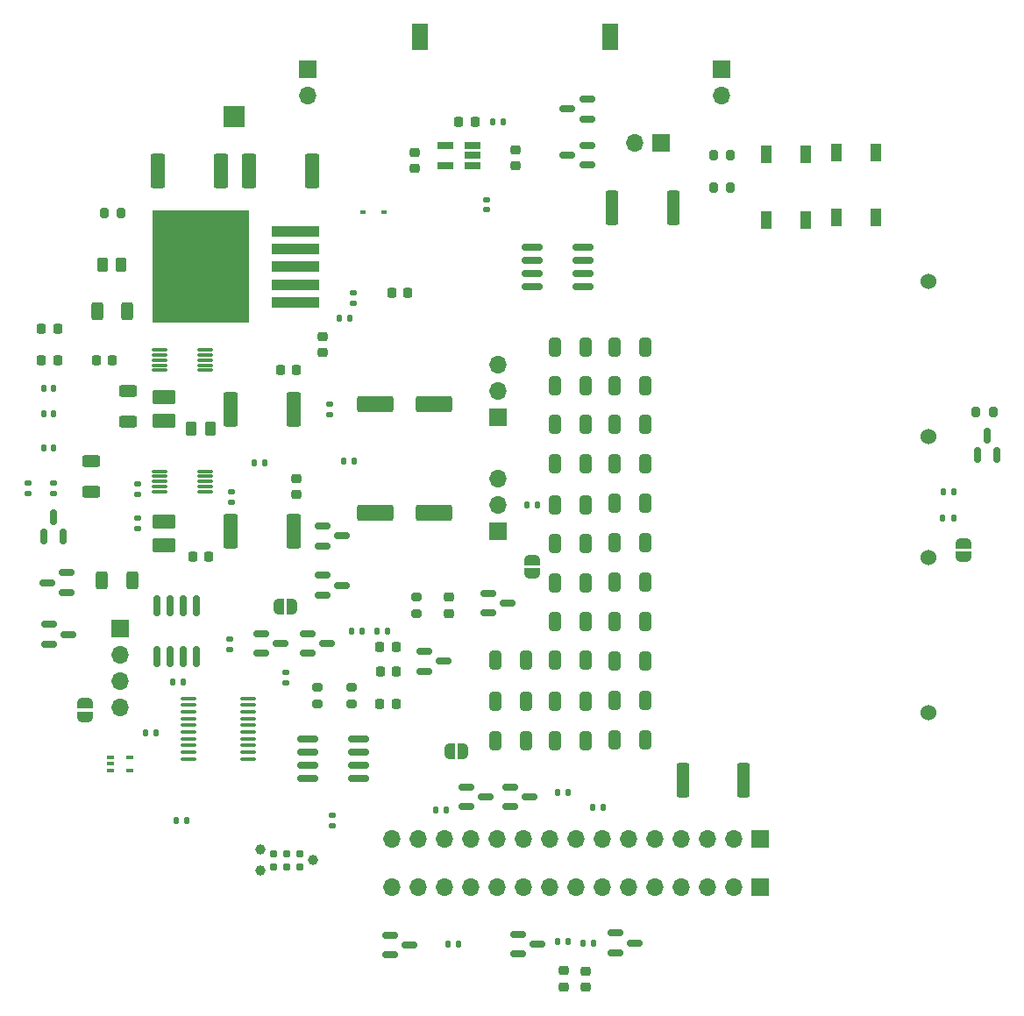
<source format=gbr>
%TF.GenerationSoftware,KiCad,Pcbnew,(6.0.7-1)-1*%
%TF.CreationDate,2022-09-29T15:21:57+02:00*%
%TF.ProjectId,Power_Management_Module,506f7765-725f-44d6-916e-6167656d656e,rev?*%
%TF.SameCoordinates,Original*%
%TF.FileFunction,Soldermask,Top*%
%TF.FilePolarity,Negative*%
%FSLAX46Y46*%
G04 Gerber Fmt 4.6, Leading zero omitted, Abs format (unit mm)*
G04 Created by KiCad (PCBNEW (6.0.7-1)-1) date 2022-09-29 15:21:57*
%MOMM*%
%LPD*%
G01*
G04 APERTURE LIST*
G04 Aperture macros list*
%AMRoundRect*
0 Rectangle with rounded corners*
0 $1 Rounding radius*
0 $2 $3 $4 $5 $6 $7 $8 $9 X,Y pos of 4 corners*
0 Add a 4 corners polygon primitive as box body*
4,1,4,$2,$3,$4,$5,$6,$7,$8,$9,$2,$3,0*
0 Add four circle primitives for the rounded corners*
1,1,$1+$1,$2,$3*
1,1,$1+$1,$4,$5*
1,1,$1+$1,$6,$7*
1,1,$1+$1,$8,$9*
0 Add four rect primitives between the rounded corners*
20,1,$1+$1,$2,$3,$4,$5,0*
20,1,$1+$1,$4,$5,$6,$7,0*
20,1,$1+$1,$6,$7,$8,$9,0*
20,1,$1+$1,$8,$9,$2,$3,0*%
%AMFreePoly0*
4,1,22,0.500000,-0.750000,0.000000,-0.750000,0.000000,-0.745033,-0.079941,-0.743568,-0.215256,-0.701293,-0.333266,-0.622738,-0.424486,-0.514219,-0.481581,-0.384460,-0.499164,-0.250000,-0.500000,-0.250000,-0.500000,0.250000,-0.499164,0.250000,-0.499963,0.256109,-0.478152,0.396186,-0.417904,0.524511,-0.324060,0.630769,-0.204165,0.706417,-0.067858,0.745374,0.000000,0.744959,0.000000,0.750000,
0.500000,0.750000,0.500000,-0.750000,0.500000,-0.750000,$1*%
%AMFreePoly1*
4,1,20,0.000000,0.744959,0.073905,0.744508,0.209726,0.703889,0.328688,0.626782,0.421226,0.519385,0.479903,0.390333,0.500000,0.250000,0.500000,-0.250000,0.499851,-0.262216,0.476331,-0.402017,0.414519,-0.529596,0.319384,-0.634700,0.198574,-0.708877,0.061801,-0.746166,0.000000,-0.745033,0.000000,-0.750000,-0.500000,-0.750000,-0.500000,0.750000,0.000000,0.750000,0.000000,0.744959,
0.000000,0.744959,$1*%
G04 Aperture macros list end*
%ADD10RoundRect,0.250000X0.325000X0.650000X-0.325000X0.650000X-0.325000X-0.650000X0.325000X-0.650000X0*%
%ADD11RoundRect,0.250000X-0.262500X-0.450000X0.262500X-0.450000X0.262500X0.450000X-0.262500X0.450000X0*%
%ADD12RoundRect,0.135000X0.135000X0.185000X-0.135000X0.185000X-0.135000X-0.185000X0.135000X-0.185000X0*%
%ADD13C,0.990600*%
%ADD14C,0.787400*%
%ADD15R,1.700000X1.700000*%
%ADD16O,1.700000X1.700000*%
%ADD17RoundRect,0.250001X-0.849999X0.462499X-0.849999X-0.462499X0.849999X-0.462499X0.849999X0.462499X0*%
%ADD18RoundRect,0.225000X0.250000X-0.225000X0.250000X0.225000X-0.250000X0.225000X-0.250000X-0.225000X0*%
%ADD19RoundRect,0.225000X-0.225000X-0.250000X0.225000X-0.250000X0.225000X0.250000X-0.225000X0.250000X0*%
%ADD20RoundRect,0.135000X0.185000X-0.135000X0.185000X0.135000X-0.185000X0.135000X-0.185000X-0.135000X0*%
%ADD21RoundRect,0.135000X-0.135000X-0.185000X0.135000X-0.185000X0.135000X0.185000X-0.135000X0.185000X0*%
%ADD22R,1.500000X2.500000*%
%ADD23RoundRect,0.135000X-0.185000X0.135000X-0.185000X-0.135000X0.185000X-0.135000X0.185000X0.135000X0*%
%ADD24RoundRect,0.250000X-0.312500X-0.625000X0.312500X-0.625000X0.312500X0.625000X-0.312500X0.625000X0*%
%ADD25RoundRect,0.150000X-0.825000X-0.150000X0.825000X-0.150000X0.825000X0.150000X-0.825000X0.150000X0*%
%ADD26RoundRect,0.249999X-0.450001X-1.425001X0.450001X-1.425001X0.450001X1.425001X-0.450001X1.425001X0*%
%ADD27RoundRect,0.200000X-0.275000X0.200000X-0.275000X-0.200000X0.275000X-0.200000X0.275000X0.200000X0*%
%ADD28RoundRect,0.150000X-0.150000X0.825000X-0.150000X-0.825000X0.150000X-0.825000X0.150000X0.825000X0*%
%ADD29RoundRect,0.225000X0.225000X0.250000X-0.225000X0.250000X-0.225000X-0.250000X0.225000X-0.250000X0*%
%ADD30R,1.000000X1.700000*%
%ADD31R,1.560000X0.650000*%
%ADD32RoundRect,0.100000X0.637500X0.100000X-0.637500X0.100000X-0.637500X-0.100000X0.637500X-0.100000X0*%
%ADD33RoundRect,0.150000X0.150000X-0.587500X0.150000X0.587500X-0.150000X0.587500X-0.150000X-0.587500X0*%
%ADD34RoundRect,0.150000X-0.587500X-0.150000X0.587500X-0.150000X0.587500X0.150000X-0.587500X0.150000X0*%
%ADD35RoundRect,0.075000X-0.650000X-0.075000X0.650000X-0.075000X0.650000X0.075000X-0.650000X0.075000X0*%
%ADD36R,0.650000X0.400000*%
%ADD37RoundRect,0.218750X0.218750X0.256250X-0.218750X0.256250X-0.218750X-0.256250X0.218750X-0.256250X0*%
%ADD38RoundRect,0.250000X-1.500000X-0.550000X1.500000X-0.550000X1.500000X0.550000X-1.500000X0.550000X0*%
%ADD39RoundRect,0.200000X-0.200000X-0.275000X0.200000X-0.275000X0.200000X0.275000X-0.200000X0.275000X0*%
%ADD40RoundRect,0.250000X-0.362500X-1.425000X0.362500X-1.425000X0.362500X1.425000X-0.362500X1.425000X0*%
%ADD41RoundRect,0.200000X0.275000X-0.200000X0.275000X0.200000X-0.275000X0.200000X-0.275000X-0.200000X0*%
%ADD42RoundRect,0.150000X0.825000X0.150000X-0.825000X0.150000X-0.825000X-0.150000X0.825000X-0.150000X0*%
%ADD43R,0.600000X0.450000*%
%ADD44RoundRect,0.218750X0.256250X-0.218750X0.256250X0.218750X-0.256250X0.218750X-0.256250X-0.218750X0*%
%ADD45FreePoly0,270.000000*%
%ADD46FreePoly1,270.000000*%
%ADD47R,2.000000X2.000000*%
%ADD48RoundRect,0.250000X-0.325000X-0.650000X0.325000X-0.650000X0.325000X0.650000X-0.325000X0.650000X0*%
%ADD49RoundRect,0.140000X-0.140000X-0.170000X0.140000X-0.170000X0.140000X0.170000X-0.140000X0.170000X0*%
%ADD50RoundRect,0.150000X0.587500X0.150000X-0.587500X0.150000X-0.587500X-0.150000X0.587500X-0.150000X0*%
%ADD51C,1.524000*%
%ADD52FreePoly0,90.000000*%
%ADD53FreePoly1,90.000000*%
%ADD54RoundRect,0.140000X0.170000X-0.140000X0.170000X0.140000X-0.170000X0.140000X-0.170000X-0.140000X0*%
%ADD55FreePoly0,0.000000*%
%ADD56FreePoly1,0.000000*%
%ADD57R,4.600000X1.100000*%
%ADD58R,9.400000X10.800000*%
%ADD59RoundRect,0.249999X0.450001X1.425001X-0.450001X1.425001X-0.450001X-1.425001X0.450001X-1.425001X0*%
%ADD60RoundRect,0.250000X0.625000X-0.312500X0.625000X0.312500X-0.625000X0.312500X-0.625000X-0.312500X0*%
%ADD61RoundRect,0.200000X0.200000X0.275000X-0.200000X0.275000X-0.200000X-0.275000X0.200000X-0.275000X0*%
G04 APERTURE END LIST*
D10*
%TO.C,C18*%
X160780000Y-112470000D03*
X157830000Y-112470000D03*
%TD*%
D11*
%TO.C,R46*%
X108362500Y-70350000D03*
X110187500Y-70350000D03*
%TD*%
D12*
%TO.C,R26*%
X124060000Y-89450000D03*
X123040000Y-89450000D03*
%TD*%
D13*
%TO.C,J3*%
X123610000Y-128866000D03*
X123610000Y-126834000D03*
X128690000Y-127850000D03*
D14*
X127420000Y-127215000D03*
X127420000Y-128485000D03*
X126150000Y-127215000D03*
X126150000Y-128485000D03*
X124880000Y-127215000D03*
X124880000Y-128485000D03*
%TD*%
D15*
%TO.C,J8*%
X171857500Y-125817500D03*
D16*
X169317500Y-125817500D03*
X166777500Y-125817500D03*
X164237500Y-125817500D03*
X161697500Y-125817500D03*
X159157500Y-125817500D03*
X156617500Y-125817500D03*
X154077500Y-125817500D03*
X151537500Y-125817500D03*
X148997500Y-125817500D03*
X146457500Y-125817500D03*
X143917500Y-125817500D03*
X141377500Y-125817500D03*
X138837500Y-125817500D03*
X136297500Y-125817500D03*
%TD*%
D10*
%TO.C,C26*%
X160775000Y-82050000D03*
X157825000Y-82050000D03*
%TD*%
D17*
%TO.C,L2*%
X114300000Y-83137500D03*
X114300000Y-85462500D03*
%TD*%
D18*
%TO.C,C3*%
X138550000Y-61075000D03*
X138550000Y-59525000D03*
%TD*%
D19*
%TO.C,C2*%
X136305000Y-73100000D03*
X137855000Y-73100000D03*
%TD*%
D10*
%TO.C,C34*%
X155025000Y-93550000D03*
X152075000Y-93550000D03*
%TD*%
D20*
%TO.C,R35*%
X111800000Y-92560000D03*
X111800000Y-91540000D03*
%TD*%
D12*
%TO.C,R15*%
X142720000Y-136000000D03*
X141700000Y-136000000D03*
%TD*%
D21*
%TO.C,R21*%
X152340000Y-135750000D03*
X153360000Y-135750000D03*
%TD*%
D15*
%TO.C,J10*%
X146550000Y-96050000D03*
D16*
X146550000Y-93510000D03*
X146550000Y-90970000D03*
%TD*%
D22*
%TO.C,SW2*%
X139000000Y-48335000D03*
X157400000Y-48335000D03*
%TD*%
D20*
%TO.C,R33*%
X130300000Y-84810000D03*
X130300000Y-83790000D03*
%TD*%
D23*
%TO.C,R13*%
X120650000Y-106530000D03*
X120650000Y-107550000D03*
%TD*%
D15*
%TO.C,J37*%
X162300000Y-58550000D03*
D16*
X159760000Y-58550000D03*
%TD*%
D10*
%TO.C,C27*%
X160775000Y-78300000D03*
X157825000Y-78300000D03*
%TD*%
D24*
%TO.C,R41*%
X107837500Y-74800000D03*
X110762500Y-74800000D03*
%TD*%
D25*
%TO.C,U1*%
X149845000Y-68655000D03*
X149845000Y-69925000D03*
X149845000Y-71195000D03*
X149845000Y-72465000D03*
X154795000Y-72465000D03*
X154795000Y-71195000D03*
X154795000Y-69925000D03*
X154795000Y-68655000D03*
%TD*%
D20*
%TO.C,R12*%
X126050000Y-110760000D03*
X126050000Y-109740000D03*
%TD*%
D19*
%TO.C,C44*%
X117075000Y-98550000D03*
X118625000Y-98550000D03*
%TD*%
D26*
%TO.C,R5*%
X113750000Y-61300000D03*
X119850000Y-61300000D03*
%TD*%
D27*
%TO.C,R8*%
X138650000Y-102425000D03*
X138650000Y-104075000D03*
%TD*%
D28*
%TO.C,U6*%
X117455000Y-103275000D03*
X116185000Y-103275000D03*
X114915000Y-103275000D03*
X113645000Y-103275000D03*
X113645000Y-108225000D03*
X114915000Y-108225000D03*
X116185000Y-108225000D03*
X117455000Y-108225000D03*
%TD*%
D29*
%TO.C,C8*%
X136750000Y-109650000D03*
X135200000Y-109650000D03*
%TD*%
D30*
%TO.C,SW3*%
X179250000Y-65800000D03*
X179250000Y-59500000D03*
X183050000Y-59500000D03*
X183050000Y-65800000D03*
%TD*%
D10*
%TO.C,C36*%
X155025000Y-85800000D03*
X152075000Y-85800000D03*
%TD*%
D19*
%TO.C,C10*%
X102475000Y-76550000D03*
X104025000Y-76550000D03*
%TD*%
D31*
%TO.C,U3*%
X144150000Y-60750000D03*
X144150000Y-59800000D03*
X144150000Y-58850000D03*
X141450000Y-58850000D03*
X141450000Y-60750000D03*
%TD*%
D32*
%TO.C,U5*%
X122412500Y-118075000D03*
X122412500Y-117425000D03*
X122412500Y-116775000D03*
X122412500Y-116125000D03*
X122412500Y-115475000D03*
X122412500Y-114825000D03*
X122412500Y-114175000D03*
X122412500Y-113525000D03*
X122412500Y-112875000D03*
X122412500Y-112225000D03*
X116687500Y-112225000D03*
X116687500Y-112875000D03*
X116687500Y-113525000D03*
X116687500Y-114175000D03*
X116687500Y-114825000D03*
X116687500Y-115475000D03*
X116687500Y-116125000D03*
X116687500Y-116775000D03*
X116687500Y-117425000D03*
X116687500Y-118075000D03*
%TD*%
D21*
%TO.C,R28*%
X112530000Y-115550000D03*
X113550000Y-115550000D03*
%TD*%
D33*
%TO.C,Q13*%
X102700000Y-96587500D03*
X104600000Y-96587500D03*
X103650000Y-94712500D03*
%TD*%
D17*
%TO.C,L1*%
X114300000Y-95137500D03*
X114300000Y-97462500D03*
%TD*%
D21*
%TO.C,R27*%
X152340000Y-121350000D03*
X153360000Y-121350000D03*
%TD*%
D10*
%TO.C,C35*%
X155025000Y-89550000D03*
X152075000Y-89550000D03*
%TD*%
D15*
%TO.C,J12*%
X128190000Y-51505000D03*
D16*
X128190000Y-54045000D03*
%TD*%
D34*
%TO.C,Q5*%
X128212500Y-106000000D03*
X128212500Y-107900000D03*
X130087500Y-106950000D03*
%TD*%
D18*
%TO.C,C45*%
X129650000Y-78825000D03*
X129650000Y-77275000D03*
%TD*%
D10*
%TO.C,C32*%
X155025000Y-101050000D03*
X152075000Y-101050000D03*
%TD*%
D12*
%TO.C,R36*%
X132250000Y-75550000D03*
X131230000Y-75550000D03*
%TD*%
D35*
%TO.C,U8*%
X113850000Y-90300000D03*
X113850000Y-90800000D03*
X113850000Y-91300000D03*
X113850000Y-91800000D03*
X113850000Y-92300000D03*
X118250000Y-92300000D03*
X118250000Y-91800000D03*
X118250000Y-91300000D03*
X118250000Y-90800000D03*
X118250000Y-90300000D03*
%TD*%
D10*
%TO.C,C20*%
X160780000Y-104850000D03*
X157830000Y-104850000D03*
%TD*%
D21*
%TO.C,R7*%
X146040000Y-56550000D03*
X147060000Y-56550000D03*
%TD*%
D10*
%TO.C,C21*%
X160780000Y-101040000D03*
X157830000Y-101040000D03*
%TD*%
D36*
%TO.C,U7*%
X109100000Y-117900000D03*
X109100000Y-118550000D03*
X109100000Y-119200000D03*
X111000000Y-119200000D03*
X111000000Y-117900000D03*
%TD*%
D33*
%TO.C,Q8*%
X192850000Y-88737500D03*
X194750000Y-88737500D03*
X193800000Y-86862500D03*
%TD*%
D10*
%TO.C,C23*%
X160780000Y-93420000D03*
X157830000Y-93420000D03*
%TD*%
D37*
%TO.C,D2*%
X136750000Y-112750000D03*
X135175000Y-112750000D03*
%TD*%
D29*
%TO.C,C7*%
X136725000Y-107250000D03*
X135175000Y-107250000D03*
%TD*%
D10*
%TO.C,C16*%
X160780000Y-116280000D03*
X157830000Y-116280000D03*
%TD*%
D38*
%TO.C,C47*%
X134750000Y-83800000D03*
X140350000Y-83800000D03*
%TD*%
D39*
%TO.C,R17*%
X192725000Y-84550000D03*
X194375000Y-84550000D03*
%TD*%
D40*
%TO.C,R3*%
X157612500Y-64845000D03*
X163537500Y-64845000D03*
%TD*%
D21*
%TO.C,R18*%
X189540000Y-92300000D03*
X190560000Y-92300000D03*
%TD*%
%TO.C,R24*%
X115530000Y-124050000D03*
X116550000Y-124050000D03*
%TD*%
D41*
%TO.C,R11*%
X129150000Y-112800000D03*
X129150000Y-111150000D03*
%TD*%
D26*
%TO.C,R6*%
X122500000Y-61300000D03*
X128600000Y-61300000D03*
%TD*%
D42*
%TO.C,U4*%
X133125000Y-119955000D03*
X133125000Y-118685000D03*
X133125000Y-117415000D03*
X133125000Y-116145000D03*
X128175000Y-116145000D03*
X128175000Y-117415000D03*
X128175000Y-118685000D03*
X128175000Y-119955000D03*
%TD*%
D12*
%TO.C,R29*%
X116160000Y-110650000D03*
X115140000Y-110650000D03*
%TD*%
D43*
%TO.C,D1*%
X133500000Y-65300000D03*
X135600000Y-65300000D03*
%TD*%
D44*
%TO.C,D3*%
X155050000Y-140137500D03*
X155050000Y-138562500D03*
%TD*%
D19*
%TO.C,C42*%
X107775000Y-79550000D03*
X109325000Y-79550000D03*
%TD*%
D21*
%TO.C,R19*%
X189530000Y-94800000D03*
X190550000Y-94800000D03*
%TD*%
D10*
%TO.C,C31*%
X155025000Y-104800000D03*
X152075000Y-104800000D03*
%TD*%
D21*
%TO.C,R43*%
X132430000Y-105750000D03*
X133450000Y-105750000D03*
%TD*%
D34*
%TO.C,Q9*%
X157912500Y-134900000D03*
X157912500Y-136800000D03*
X159787500Y-135850000D03*
%TD*%
D45*
%TO.C,JP7*%
X191550000Y-97250000D03*
D46*
X191550000Y-98550000D03*
%TD*%
D34*
%TO.C,Q7*%
X136112500Y-135100000D03*
X136112500Y-137000000D03*
X137987500Y-136050000D03*
%TD*%
D47*
%TO.C,TP10*%
X121050000Y-56050000D03*
%TD*%
D48*
%TO.C,C17*%
X146325000Y-108550000D03*
X149275000Y-108550000D03*
%TD*%
D19*
%TO.C,C43*%
X125525000Y-80550000D03*
X127075000Y-80550000D03*
%TD*%
D10*
%TO.C,C37*%
X155025000Y-82050000D03*
X152075000Y-82050000D03*
%TD*%
D49*
%TO.C,C12*%
X102690000Y-82250000D03*
X103650000Y-82250000D03*
%TD*%
D19*
%TO.C,C5*%
X142775000Y-56550000D03*
X144325000Y-56550000D03*
%TD*%
D50*
%TO.C,Q11*%
X104887500Y-102000000D03*
X104887500Y-100100000D03*
X103012500Y-101050000D03*
%TD*%
D20*
%TO.C,R22*%
X101150000Y-92470000D03*
X101150000Y-91450000D03*
%TD*%
D11*
%TO.C,R37*%
X116937500Y-86150000D03*
X118762500Y-86150000D03*
%TD*%
D21*
%TO.C,R42*%
X131640000Y-89350000D03*
X132660000Y-89350000D03*
%TD*%
D51*
%TO.C,C15*%
X188115000Y-113620000D03*
X188115000Y-98620000D03*
%TD*%
D12*
%TO.C,R20*%
X155760000Y-135850000D03*
X154740000Y-135850000D03*
%TD*%
D44*
%TO.C,D4*%
X152950000Y-140125000D03*
X152950000Y-138550000D03*
%TD*%
D52*
%TO.C,JP4*%
X149850000Y-100150000D03*
D53*
X149850000Y-98850000D03*
%TD*%
D34*
%TO.C,Q14*%
X143512500Y-120800000D03*
X143512500Y-122700000D03*
X145387500Y-121750000D03*
%TD*%
%TO.C,Q4*%
X139412500Y-107700000D03*
X139412500Y-109600000D03*
X141287500Y-108650000D03*
%TD*%
D19*
%TO.C,C11*%
X102475000Y-79550000D03*
X104025000Y-79550000D03*
%TD*%
D34*
%TO.C,Q16*%
X147712500Y-120800000D03*
X147712500Y-122700000D03*
X149587500Y-121750000D03*
%TD*%
D39*
%TO.C,R2*%
X167370000Y-62940000D03*
X169020000Y-62940000D03*
%TD*%
D54*
%TO.C,C1*%
X145450000Y-65010000D03*
X145450000Y-64050000D03*
%TD*%
D49*
%TO.C,C13*%
X102690000Y-84750000D03*
X103650000Y-84750000D03*
%TD*%
D10*
%TO.C,C22*%
X160780000Y-97230000D03*
X157830000Y-97230000D03*
%TD*%
D41*
%TO.C,R10*%
X132450000Y-112800000D03*
X132450000Y-111150000D03*
%TD*%
D12*
%TO.C,R44*%
X156760000Y-122750000D03*
X155740000Y-122750000D03*
%TD*%
D10*
%TO.C,C30*%
X155025000Y-108550000D03*
X152075000Y-108550000D03*
%TD*%
D20*
%TO.C,R34*%
X111800000Y-95810000D03*
X111800000Y-94790000D03*
%TD*%
D55*
%TO.C,JP13*%
X125400000Y-103350000D03*
D56*
X126700000Y-103350000D03*
%TD*%
D10*
%TO.C,C24*%
X160780000Y-89610000D03*
X157830000Y-89610000D03*
%TD*%
%TO.C,C25*%
X160775000Y-85800000D03*
X157825000Y-85800000D03*
%TD*%
D15*
%TO.C,J11*%
X146550000Y-85050000D03*
D16*
X146550000Y-82510000D03*
X146550000Y-79970000D03*
%TD*%
D18*
%TO.C,C48*%
X127050000Y-92550000D03*
X127050000Y-91000000D03*
%TD*%
D23*
%TO.C,R4*%
X132635000Y-73100000D03*
X132635000Y-74120000D03*
%TD*%
D40*
%TO.C,R14*%
X164387500Y-120150000D03*
X170312500Y-120150000D03*
%TD*%
D10*
%TO.C,C29*%
X155025000Y-112550000D03*
X152075000Y-112550000D03*
%TD*%
D15*
%TO.C,J9*%
X168195000Y-51510000D03*
D16*
X168195000Y-54050000D03*
%TD*%
D39*
%TO.C,R1*%
X167370000Y-59765000D03*
X169020000Y-59765000D03*
%TD*%
D57*
%TO.C,U2*%
X126980000Y-73960000D03*
X126980000Y-72260000D03*
D58*
X117830000Y-70560000D03*
D57*
X126980000Y-70560000D03*
X126980000Y-68860000D03*
X126980000Y-67160000D03*
%TD*%
D10*
%TO.C,C19*%
X160780000Y-108660000D03*
X157830000Y-108660000D03*
%TD*%
D34*
%TO.C,Q10*%
X148512500Y-135000000D03*
X148512500Y-136900000D03*
X150387500Y-135950000D03*
%TD*%
D59*
%TO.C,R30*%
X126850000Y-96050000D03*
X120750000Y-96050000D03*
%TD*%
D10*
%TO.C,C38*%
X155025000Y-78300000D03*
X152075000Y-78300000D03*
%TD*%
D24*
%TO.C,R38*%
X108337500Y-100800000D03*
X111262500Y-100800000D03*
%TD*%
D51*
%TO.C,C14*%
X188115000Y-86950000D03*
X188115000Y-71950000D03*
%TD*%
D10*
%TO.C,C28*%
X155025000Y-116300000D03*
X152075000Y-116300000D03*
%TD*%
D15*
%TO.C,J6*%
X110050000Y-105470000D03*
D16*
X110050000Y-108010000D03*
X110050000Y-110550000D03*
X110050000Y-113090000D03*
%TD*%
D55*
%TO.C,JP14*%
X141900000Y-117350000D03*
D56*
X143200000Y-117350000D03*
%TD*%
D34*
%TO.C,Q3*%
X145612500Y-102100000D03*
X145612500Y-104000000D03*
X147487500Y-103050000D03*
%TD*%
D20*
%TO.C,R23*%
X103650000Y-92470000D03*
X103650000Y-91450000D03*
%TD*%
D18*
%TO.C,C6*%
X141850000Y-104025000D03*
X141850000Y-102475000D03*
%TD*%
D49*
%TO.C,C9*%
X102690000Y-88050000D03*
X103650000Y-88050000D03*
%TD*%
D23*
%TO.C,R16*%
X130550000Y-123530000D03*
X130550000Y-124550000D03*
%TD*%
D34*
%TO.C,Q15*%
X129612500Y-95600000D03*
X129612500Y-97500000D03*
X131487500Y-96550000D03*
%TD*%
D49*
%TO.C,C41*%
X149390000Y-93550000D03*
X150350000Y-93550000D03*
%TD*%
D34*
%TO.C,Q6*%
X123712500Y-106000000D03*
X123712500Y-107900000D03*
X125587500Y-106950000D03*
%TD*%
D20*
%TO.C,R31*%
X120800000Y-93310000D03*
X120800000Y-92290000D03*
%TD*%
D59*
%TO.C,R32*%
X126850000Y-84300000D03*
X120750000Y-84300000D03*
%TD*%
D12*
%TO.C,R25*%
X141560000Y-123050000D03*
X140540000Y-123050000D03*
%TD*%
D34*
%TO.C,Q17*%
X129612500Y-100350000D03*
X129612500Y-102250000D03*
X131487500Y-101300000D03*
%TD*%
D38*
%TO.C,C46*%
X134750000Y-94300000D03*
X140350000Y-94300000D03*
%TD*%
D10*
%TO.C,C40*%
X149275000Y-112550000D03*
X146325000Y-112550000D03*
%TD*%
D30*
%TO.C,SW4*%
X172450000Y-59700000D03*
X172450000Y-66000000D03*
X176250000Y-66000000D03*
X176250000Y-59700000D03*
%TD*%
D10*
%TO.C,C39*%
X149275000Y-116300000D03*
X146325000Y-116300000D03*
%TD*%
D50*
%TO.C,Q2*%
X155162500Y-60715000D03*
X155162500Y-58815000D03*
X153287500Y-59765000D03*
%TD*%
D60*
%TO.C,R39*%
X110800000Y-85512500D03*
X110800000Y-82587500D03*
%TD*%
D61*
%TO.C,R45*%
X110175000Y-65350000D03*
X108525000Y-65350000D03*
%TD*%
D34*
%TO.C,Q12*%
X103212500Y-105100000D03*
X103212500Y-107000000D03*
X105087500Y-106050000D03*
%TD*%
D10*
%TO.C,C33*%
X155025000Y-97300000D03*
X152075000Y-97300000D03*
%TD*%
D21*
%TO.C,R9*%
X134850000Y-105750000D03*
X135870000Y-105750000D03*
%TD*%
D52*
%TO.C,JP12*%
X106650000Y-114000000D03*
D53*
X106650000Y-112700000D03*
%TD*%
D15*
%TO.C,J7*%
X171857500Y-130467500D03*
D16*
X169317500Y-130467500D03*
X166777500Y-130467500D03*
X164237500Y-130467500D03*
X161697500Y-130467500D03*
X159157500Y-130467500D03*
X156617500Y-130467500D03*
X154077500Y-130467500D03*
X151537500Y-130467500D03*
X148997500Y-130467500D03*
X146457500Y-130467500D03*
X143917500Y-130467500D03*
X141377500Y-130467500D03*
X138837500Y-130467500D03*
X136297500Y-130467500D03*
%TD*%
D18*
%TO.C,C4*%
X148300000Y-60825000D03*
X148300000Y-59275000D03*
%TD*%
D35*
%TO.C,U9*%
X113850000Y-78550000D03*
X113850000Y-79050000D03*
X113850000Y-79550000D03*
X113850000Y-80050000D03*
X113850000Y-80550000D03*
X118250000Y-80550000D03*
X118250000Y-80050000D03*
X118250000Y-79550000D03*
X118250000Y-79050000D03*
X118250000Y-78550000D03*
%TD*%
D60*
%TO.C,R40*%
X107300000Y-92262500D03*
X107300000Y-89337500D03*
%TD*%
D50*
%TO.C,Q1*%
X155162500Y-56270000D03*
X155162500Y-54370000D03*
X153287500Y-55320000D03*
%TD*%
M02*

</source>
